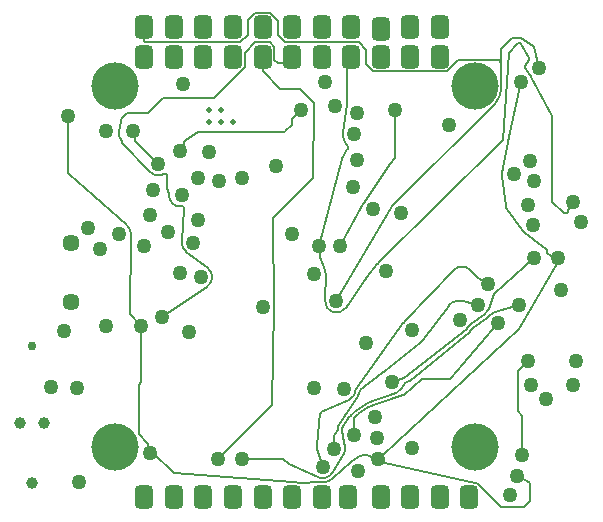
<source format=gbr>
%TF.GenerationSoftware,Altium Limited,Altium Designer,23.4.1 (23)*%
G04 Layer_Physical_Order=3*
G04 Layer_Color=36540*
%FSLAX45Y45*%
%MOMM*%
%TF.SameCoordinates,5BD77CCA-818C-4C80-BDB4-93E378685E21*%
%TF.FilePolarity,Positive*%
%TF.FileFunction,Copper,L3,Inr,Signal*%
%TF.Part,Single*%
G01*
G75*
%TA.AperFunction,Conductor*%
%ADD10C,0.15000*%
%TA.AperFunction,ComponentPad*%
%ADD54C,0.99100*%
%ADD55C,1.45000*%
%ADD56C,0.75000*%
%TA.AperFunction,ViaPad*%
%ADD57C,4.00000*%
G04:AMPARAMS|DCode=58|XSize=1.524mm|YSize=2mm|CornerRadius=0.381mm|HoleSize=0mm|Usage=FLASHONLY|Rotation=0.000|XOffset=0mm|YOffset=0mm|HoleType=Round|Shape=RoundedRectangle|*
%AMROUNDEDRECTD58*
21,1,1.52400,1.23800,0,0,0.0*
21,1,0.76200,2.00000,0,0,0.0*
1,1,0.76200,0.38100,-0.61900*
1,1,0.76200,-0.38100,-0.61900*
1,1,0.76200,-0.38100,0.61900*
1,1,0.76200,0.38100,0.61900*
%
%ADD58ROUNDEDRECTD58*%
%ADD59C,1.27000*%
%ADD60C,0.50000*%
D10*
X4111032Y1735582D02*
G03*
X4111029Y1735580I20384J-28452D01*
G01*
X4308729Y1995455D02*
G03*
X4320670Y2004591I-52428J80897D01*
G01*
X4231035Y1821559D02*
G03*
X4266388Y1869322I-56035J78441D01*
G01*
X4078520Y1699247D02*
G03*
X4102225Y1726523I-59619J75753D01*
G01*
X3029953Y783907D02*
G03*
X3030631Y780315I95047J16093D01*
G01*
X4102949Y1673996D02*
G03*
X4131416Y1707130I-84048J101004D01*
G01*
X4251528Y1793185D02*
G03*
X4273658Y1813210I-76528J106815D01*
G01*
X4106670Y1731882D02*
G03*
X4106665Y1731877I24746J-24752D01*
G01*
X4321143Y1842723D02*
G03*
X4273658Y1813210I24959J-93113D01*
G01*
X3556542Y1760415D02*
G03*
X3541388Y1743905I62962J-72998D01*
G01*
X4109032Y2195209D02*
G03*
X3968419Y2195799I-70584J-65658D01*
G01*
X3034451Y628363D02*
G03*
X3047456Y699670I-81376J51681D01*
G01*
D02*
G03*
X3047443Y699732I-94381J-19626D01*
G01*
X2819936Y442004D02*
G03*
X2820272Y441857I38958J88178D01*
G01*
X2820702Y441670D02*
G03*
X2946368Y489669I38192J88512D01*
G01*
X2820272Y441857D02*
G03*
X2820702Y441670I38622J88325D01*
G01*
X4180893Y379809D02*
G03*
X4150743Y396167I-42793J-42908D01*
G01*
X1881113Y2056417D02*
G03*
X1885735Y2213070I-53813J79982D01*
G01*
X1665916Y2424574D02*
G03*
X1703271Y2352139I96324J3826D01*
G01*
D02*
G03*
X1703805Y2351730I58968J76261D01*
G01*
X1235123Y2500302D02*
G03*
X1202821Y2573107I-96397J799D01*
G01*
X1393996Y3029025D02*
G03*
X1472442Y2998979I70258J66006D01*
G01*
X3029087Y3153745D02*
G03*
X3021472Y3136284I79147J-44908D01*
G01*
X3205909Y2762993D02*
G03*
X3202215Y2756914I80477J-53070D01*
G01*
X3029578Y3363698D02*
G03*
X3032481Y3322924I95422J-13698D01*
G01*
X3058116Y3554158D02*
G03*
X3054012Y3533903I91884J-29158D01*
G01*
X3058190Y3554395D02*
G03*
X3062869Y3584061I-91722J29666D01*
G01*
X4523949Y1700725D02*
G03*
X4524030Y1700800I-354660J380708D01*
G01*
X4000909Y1933926D02*
G03*
X3924523Y1895291I792J-96397D01*
G01*
X3329360Y2252400D02*
G03*
X3321546Y2243692I67707J-68620D01*
G01*
X3139039Y1182628D02*
G03*
X3139040Y1187507I-96368J2469D01*
G01*
X3081987Y1097079D02*
G03*
X3139039Y1182628I-39317J88018D01*
G01*
X2810332Y397480D02*
G03*
X2808322Y397395I1568J-60580D01*
G01*
X3099251Y573780D02*
G03*
X3098508Y573262I51671J-74907D01*
G01*
X2862295Y398825D02*
G03*
X2948270Y433859I-3401J131356D01*
G01*
X3160007Y976287D02*
G03*
X3160012Y976290I-19372J29150D01*
G01*
X3269404Y1045016D02*
G03*
X3246628Y1033877I30596J-91416D01*
G01*
X3140634Y1005437D02*
G03*
X3095795Y962735I61592J-109567D01*
G01*
X3454588Y1144250D02*
G03*
X3477095Y1156574I-29588J80750D01*
G01*
X3465749Y1111077D02*
G03*
X3465759Y1111080I-11161J33173D01*
G01*
X3258098Y1078140D02*
G03*
X3227221Y1063004I41902J-124540D01*
G01*
X3489004Y1161843D02*
G03*
X3528807Y1194480I-39004J88157D01*
G01*
X3149915Y1109173D02*
G03*
X3172972Y1168138I-107245J75924D01*
G01*
X4323563Y3610777D02*
G03*
X4372503Y3750000I-173560J139223D01*
G01*
X2879426Y1933749D02*
G03*
X3054888Y1876226I96370J-2410D01*
G01*
X4306840Y3592176D02*
G03*
X4323563Y3610777I-156838J157823D01*
G01*
X4624104Y3833390D02*
G03*
X4616317Y3845854I-85411J-44698D01*
G01*
X2885469Y2160674D02*
G03*
X2879222Y2197468I-96366J2566D01*
G01*
X3453149Y2743817D02*
G03*
X3437816Y2723984I67951J-68378D01*
G01*
X2446292Y1878973D02*
G03*
X2446297Y1882038I-96385J1717D01*
G01*
X2660735Y393116D02*
G03*
X2638103Y397501I-22632J-56215D01*
G01*
X3697666Y1274506D02*
G03*
X3697733Y1274564I-9831J11330D01*
G01*
X3094167Y960872D02*
G03*
X3094261Y960966I-10560J10653D01*
G01*
X4379775Y3021008D02*
G03*
X4379213Y3017313I89667J-15521D01*
G01*
D02*
G03*
X4379035Y2995107I90228J-11826D01*
G01*
X3696617Y1593690D02*
G03*
X3696589Y1593662I10526J-10688D01*
G01*
X3694624Y1591404D02*
G03*
X3695980Y1593053I-69624J58596D01*
G01*
X3681357Y1578551D02*
G03*
X3694624Y1591404I-56357J71449D01*
G01*
X3361772Y1325970D02*
G03*
X3361608Y1325837I54106J-66847D01*
G01*
X1136382Y3370686D02*
G03*
X1160652Y3285655I88618J-20686D01*
G01*
X1559000Y2824951D02*
G03*
X1650000Y2734000I91000J49D01*
G01*
X4556239Y2523349D02*
G03*
X4574455Y2505421I68762J51651D01*
G01*
X4102225Y1726523D02*
X4103615Y1728826D01*
X3029904Y784195D02*
X3029953Y783907D01*
X4103615Y1728826D02*
X4106665Y1731877D01*
X4106670Y1731882D02*
X4108698Y1733910D01*
X4111029Y1735580D01*
X4321143Y1842723D02*
X4521500Y1896428D01*
X3936397Y1274564D02*
X3944208Y1282375D01*
X3020512Y840711D02*
X3029904Y784195D01*
X4111032Y1735582D02*
X4231035Y1821558D01*
X3030631Y780315D02*
X3047443Y699732D01*
X3944208Y1282375D02*
X4346102Y1749610D01*
X4131416Y1707130D02*
X4251528Y1793185D01*
X4047664Y1934258D02*
X4175000Y1900000D01*
X4041389Y1934258D02*
X4047664Y1934258D01*
X4266388Y1869322D02*
X4308729Y1995455D01*
X4165557Y2134443D02*
X4171783Y2128217D01*
X3556542Y1760415D02*
X3968419Y2195799D01*
X4109032Y2195208D02*
X4165557Y2134443D01*
X2523423Y600000D02*
X2571780Y551642D01*
X3546702Y1280692D02*
X4078520Y1699247D01*
X3566722Y1245210D02*
X3596334Y1252428D01*
X4102949Y1673996D01*
X2571780Y551642D02*
X2819936Y442004D01*
X3450000Y1250000D02*
X3546702Y1280692D01*
X2946368Y489669D02*
X3034451Y628363D01*
X3020512Y840711D02*
Y854376D01*
X2953801Y784117D02*
X2955113Y788180D01*
X2953075Y680044D02*
X2953801Y784117D01*
X3125000Y941800D02*
X3158555Y975355D01*
X3125000Y800000D02*
Y941800D01*
X3312574Y600000D02*
X3324247Y598002D01*
X3210757Y634061D02*
X3230858Y626896D01*
X3312574Y600000D01*
X4180893Y379809D02*
X4180911Y379789D01*
X3325000Y600000D02*
X3348930D01*
X3344579D02*
X3370479Y625901D01*
X3348930Y600000D02*
X3390608Y558322D01*
X4174272Y2126552D02*
X4256301Y2076352D01*
X4171783Y2128217D02*
X4174272Y2126552D01*
X4320670Y2004591D02*
X4650000Y2300000D01*
X1703805Y2351730D02*
X1885735Y2213070D01*
X1500000Y1800000D02*
X1881113Y2056417D01*
X1665091Y2445332D02*
X1665916Y2424574D01*
X1665091Y2445332D02*
X1683397Y2712786D01*
X1674610Y2734000D02*
X1683397Y2725213D01*
X1650000Y2734000D02*
X1674610D01*
X1683397Y2712786D02*
Y2725213D01*
X708508Y3013115D02*
X1202821Y2573106D01*
X1225000Y1887292D02*
X1234356Y2407813D01*
X1235122Y2500302D01*
X700000Y3021623D02*
X708508Y3013115D01*
X1225000Y1875001D02*
Y1887292D01*
X1250000Y3375000D02*
X1270285Y3354715D01*
Y3289000D02*
Y3354715D01*
Y3289000D02*
X1464254Y3095031D01*
X1164000Y3273838D02*
Y3273967D01*
Y3273838D02*
X1393995Y3029025D01*
X1480585Y2999678D02*
X1499811Y3003189D01*
X1472442Y2998979D02*
X1480585Y2999678D01*
X1650000Y3200000D02*
Y3230307D01*
X1685180Y3265487D01*
Y3280869D01*
X1695787Y3291476D01*
X2596446Y3427567D02*
Y3471446D01*
X2675000Y3550000D01*
X2539322Y3370443D02*
X2596446Y3427567D01*
X2783203Y3613865D02*
X2787617Y3609451D01*
X2778286Y2972781D02*
X2787617Y3603112D01*
X2530535Y3361656D02*
X2539322Y3370443D01*
X2787617Y3603112D02*
Y3609451D01*
X2440394Y2634889D02*
X2778286Y2972781D01*
X2825000Y2400000D02*
X2826714Y2398286D01*
X2837810Y2306500D02*
X2879222Y2197468D01*
X3001991Y2398274D02*
X3202215Y2756914D01*
X2826714Y2398286D02*
X2837810Y2306500D01*
X2825000Y2400000D02*
X3021472Y3136284D01*
X3425241Y3095595D02*
X3475000Y3145354D01*
X3205909Y2762993D02*
X3425241Y3095595D01*
X3029578Y3363698D02*
X3054012Y3533903D01*
X3044023Y3283481D02*
X3069402Y3233898D01*
X3032480Y3322924D02*
X3044023Y3283481D01*
X3069402Y3221471D02*
Y3233898D01*
X3062869Y3938102D02*
X3100002Y4000002D01*
X3062869Y3584061D02*
Y3938102D01*
X3058115Y3554158D02*
X3058190Y3554395D01*
X3475000Y3145354D02*
Y3550000D01*
X4000909Y1933926D02*
X4041389Y1934258D01*
X4848551Y2268042D02*
X4850000Y2300000D01*
X3696617Y1593690D02*
X3705289Y1602362D01*
X4524030Y1700800D02*
X4848551Y2268042D01*
X3705289Y1602362D02*
X3924523Y1895291D01*
X4388864Y3297909D02*
X4437325Y4032633D01*
X3234392Y2133833D02*
X3321546Y2243692D01*
X3054888Y1876226D02*
X3234392Y2133833D01*
X4380481Y3289526D02*
X4388864Y3297909D01*
X3329360Y2252400D02*
X4380481Y3289526D01*
X2809553Y704755D02*
X2809641Y714813D01*
X2812479Y681168D02*
X2858894Y530182D01*
X2809553Y704755D02*
X2812479Y681168D01*
X3139040Y1187507D02*
X3541388Y1743905D01*
X2948270Y433859D02*
X3098508Y573262D01*
X2810332Y397480D02*
X2862295Y398825D01*
X2694966Y390690D02*
X2808322Y397395D01*
X2694017Y390568D02*
X2694966Y390690D01*
X3158831Y975505D02*
X3160007Y976287D01*
X3160012Y976290D02*
X3246628Y1033877D01*
X3258098Y1078140D02*
X3454588Y1144250D01*
X3269404Y1045016D02*
X3465749Y1111077D01*
X3140634Y1005437D02*
X3227221Y1063004D01*
X3466154Y1111213D02*
X3541181Y1138460D01*
X3158555Y975355D02*
X3158831Y975505D01*
X3465759Y1111080D02*
X3466154Y1111213D01*
X3541181Y1138460D02*
X3543616Y1139344D01*
X3477095Y1156574D02*
X3489004Y1161843D01*
X3559357Y1237844D02*
X3566722Y1245210D01*
X3528807Y1194480D02*
X3559357Y1237844D01*
X3047210Y967256D02*
X3054866Y974913D01*
X2847522Y992345D02*
X3081987Y1097079D01*
X3054866Y974913D02*
X3149915Y1109173D01*
X3178328Y1177297D02*
X3361608Y1325837D01*
X3172972Y1168138D02*
X3173536Y1172476D01*
X2841329Y987951D02*
X2843986Y990608D01*
X2847522Y992345D01*
X3173536Y1172476D02*
X3178328Y1177297D01*
X3453149Y2743817D02*
X4306840Y3592176D01*
X4616310Y3845863D02*
X4616317Y3845854D01*
X4624104Y3833390D02*
X4800000Y3500000D01*
X2975796Y1931339D02*
X3437816Y2723984D01*
X2879426Y1933749D02*
X2885469Y2160674D01*
X4568225Y3910403D02*
X4616310Y3845863D01*
X2431645Y1056645D02*
X2446291Y1878973D01*
X2436000Y2618119D02*
X2446297Y1882038D01*
X2431607Y1056607D02*
X2431645Y1056645D01*
X2436000Y2618119D02*
Y2630495D01*
X1325000Y1250000D02*
Y1725000D01*
X1229394Y1820607D02*
X1325000Y1725000D01*
X1229394Y1820607D02*
Y1870607D01*
X1592521Y482479D02*
X1596425Y478576D01*
X1378570Y671430D02*
Y726737D01*
X1400000Y650000D02*
X1425000D01*
X1596425Y478576D02*
X1601926Y478134D01*
X1425000Y650000D02*
X1592521Y482479D01*
X1378570Y671430D02*
X1400000Y650000D01*
X1601926Y478134D02*
X2606127Y397501D01*
X1300000Y805307D02*
X1378570Y726737D01*
X4592323Y407677D02*
X4611000Y389000D01*
X4506705Y454941D02*
X4592323Y407677D01*
X4550000Y626565D02*
Y964000D01*
X4833928Y2289256D02*
X4839256D01*
X4850000Y2300000D01*
X4650000Y4086008D02*
X4693621Y3903451D01*
X4442014Y3366270D02*
X4538693Y3788693D01*
X4568225Y3920810D02*
X4602648Y3977546D01*
X4568225Y3920810D02*
X4568225Y3910403D01*
X4432975Y3324816D02*
X4442014Y3366270D01*
X4437325Y4032633D02*
X4504823Y4113735D01*
X4372503Y3750000D02*
Y3950000D01*
X4640394Y4095615D02*
X4650000Y4086008D01*
X4800000Y2775000D02*
Y3500000D01*
X4602648Y3987954D02*
X4602648Y3977546D01*
X3544737Y1140216D02*
X3697666Y1274506D01*
X3543616Y1139344D02*
X3544737Y1140216D01*
X3091716Y958906D02*
X3094167Y960872D01*
X3935777Y1274564D02*
X3936397D01*
X3083668Y953701D02*
X3091716Y958906D01*
X2660735Y393116D02*
X2692463Y390568D01*
X2694017D01*
X2606127Y397501D02*
X2638103D01*
X3703384Y1274564D02*
X3935777D01*
X3697733Y1274564D02*
X3703384Y1274564D01*
X3095395Y962100D02*
X3095795Y962735D01*
X3081343Y951376D02*
X3083668Y953701D01*
X3080441Y949939D02*
X3081343Y951376D01*
X3020512Y854376D02*
X3080441Y949939D01*
X3094261Y960966D02*
X3095395Y962100D01*
X2983409Y835824D02*
X2985512Y839365D01*
X2992963Y876324D02*
X3047210Y962825D01*
X2955113Y788180D02*
X2983409Y835824D01*
X3047210Y962825D02*
Y967256D01*
X2985512Y868873D02*
X2992963Y876324D01*
X2985512Y839365D02*
Y868873D01*
X3370479Y625901D02*
X4523949Y1700725D01*
X4531326Y4161000D02*
X4535622Y4161000D01*
X4640394Y4095615D01*
X4504823Y4113735D02*
X4523153Y4117959D01*
X4531537D01*
X4540324Y4109171D01*
X4464378Y4161000D02*
X4531326D01*
X4540324Y4109171D02*
X4602648Y3987954D01*
X4379775Y3021008D02*
X4432975Y3324816D01*
X2530443Y3361656D02*
X2530535D01*
X3065040Y3217109D02*
X3069402Y3221471D01*
X2665060Y3731562D02*
X2783203Y3613865D01*
X3029087Y3153745D02*
X3065040Y3217109D01*
X1935699Y3650000D02*
X2198699Y3913001D01*
X1382574Y3525000D02*
X1507574Y3650000D01*
X1935699D01*
X3099251Y573780D02*
X3160936Y616396D01*
X3202034Y634061D02*
X3210757D01*
X3160936Y616396D02*
X3202034Y634061D01*
X3695980Y1593053D02*
X3696589Y1593662D01*
X1300000Y805307D02*
Y1225000D01*
X1325000Y1250000D01*
X2809641Y714813D02*
X2839627Y986248D01*
X3390608Y558322D02*
X4150658Y396184D01*
X4150743Y396167D01*
X2839627Y986248D02*
X2841329Y987951D01*
X3361772Y1325970D02*
X3384841Y1344666D01*
X3681357Y1578551D01*
X2436000Y2630495D02*
X2440394Y2634889D01*
X1975000Y600000D02*
X2431607Y1056607D01*
X1164000Y3489000D02*
X1168393Y3493393D01*
X1543880Y2893952D02*
X1552445Y2865185D01*
X1168393Y3493393D02*
X1200000Y3525000D01*
X1552445Y2865185D02*
X1558994Y2836850D01*
X1543880Y2893952D02*
X1543880Y2894088D01*
X1164000Y3273967D02*
Y3282307D01*
X1136382Y3370686D02*
X1164000Y3489000D01*
X1160652Y3285655D02*
X1164000Y3282307D01*
X1499811Y3003189D02*
X1501481Y3004858D01*
X1543880D01*
Y2894088D02*
Y3004858D01*
X1558994Y2836850D02*
X1559000Y2824951D01*
X1799818Y3361656D02*
X2530443D01*
X2495941Y3731562D02*
X2665060D01*
X4180911Y379789D02*
X4371702Y189000D01*
X4408955Y2725635D02*
Y2737769D01*
X4379035Y2995107D02*
X4408955Y2737769D01*
Y2725635D02*
X4408955Y2719423D01*
X4933885Y2703578D02*
X4975000Y2744693D01*
X4933885Y2683885D02*
Y2703578D01*
X4925000Y2675000D02*
X4933885Y2683885D01*
X4975000Y2744693D02*
Y2775000D01*
X4514000Y1000000D02*
Y1339000D01*
X4600000Y1425000D01*
X4514000Y1000000D02*
X4550000Y964000D01*
X4371702Y189000D02*
X4377915Y189000D01*
X4560622D01*
X4574455Y2505421D02*
X4751747Y2376631D01*
X4760535Y2367843D01*
Y2341878D02*
Y2367843D01*
X4769322Y2333091D02*
X4833928Y2289256D01*
X4408955Y2719423D02*
X4556238Y2523349D01*
X4760535Y2341878D02*
X4769322Y2333091D01*
X700000Y3027836D02*
X700000Y3021623D01*
X700000Y3027836D02*
Y3500000D01*
X1225000Y1875001D02*
X1229394Y1870607D01*
X1695787Y3291476D02*
X1696650Y3296014D01*
X1701145Y3300508D01*
X1799818Y3361656D01*
X1200000Y3525000D02*
X1382574D01*
X2224998Y4189291D02*
Y4310702D01*
X2286800Y4122502D02*
X2413202D01*
X1536794Y4122497D02*
X1541790Y4127494D01*
X2163200D01*
X2224998Y4310702D02*
X2286795Y4372499D01*
X2413197D02*
X2477493Y4308203D01*
Y4186797D02*
Y4308203D01*
X2198699Y3913001D02*
Y4034401D01*
X2286795Y4372499D02*
X2413197D01*
X2477493Y4186797D02*
X2541788Y4122502D01*
X2198699Y4034401D02*
X2286800Y4122502D01*
X2541788D02*
X3163203D01*
X2448701Y3978203D02*
Y4087003D01*
X2413202Y4122502D02*
X2448701Y4087003D01*
Y3978203D02*
X2481303Y3945602D01*
X2163200Y4127494D02*
X2224998Y4189291D01*
X2350001Y3877502D02*
Y4000002D01*
Y3877502D02*
X2495941Y3731562D01*
X2545598Y3945602D02*
X2599998Y4000002D01*
X2481303Y3945602D02*
X2545598D01*
X3913199Y3877502D02*
X4008197Y3972500D01*
X3286798Y3877502D02*
X3913199D01*
X4900000Y2675000D02*
X4925000D01*
X4800000Y2775000D02*
X4900000Y2675000D01*
X4372503Y4069125D02*
X4464378Y4161000D01*
X4008197Y3972500D02*
X4350003D01*
X4372503Y3950000D01*
Y4069125D01*
X1349998Y4131284D02*
Y4249999D01*
X3225001Y3939299D02*
X3286798Y3877502D01*
X3163203Y4122502D02*
X3225001Y4060705D01*
X1349998Y4131284D02*
X1358785Y4122497D01*
X1536794D01*
X3225001Y3939299D02*
Y4060705D01*
X4560622Y189000D02*
X4611000Y239378D01*
Y389000D01*
X2175000Y600000D02*
X2523423D01*
D54*
X400000Y396000D02*
D03*
X501600Y904000D02*
D03*
X298400D02*
D03*
D55*
X725000Y2424999D02*
D03*
Y1925000D02*
D03*
D56*
X399996Y1550000D02*
D03*
D57*
X1100001Y699998D02*
D03*
X4150003Y3750000D02*
D03*
Y699998D02*
D03*
X1100001Y3750000D02*
D03*
D58*
X3850000Y4250000D02*
D03*
X3849998Y4000002D02*
D03*
X3600001D02*
D03*
X3599996Y4249999D02*
D03*
X3349994Y4240799D02*
D03*
X3349999Y4000002D02*
D03*
X3100002D02*
D03*
X3099997Y4249994D02*
D03*
X2850000D02*
D03*
Y4000002D02*
D03*
X2599998D02*
D03*
Y4249994D02*
D03*
X2349996Y4249999D02*
D03*
X2099999Y4000002D02*
D03*
Y4249994D02*
D03*
X1849997Y4249999D02*
D03*
X1850002Y4000002D02*
D03*
X1600000D02*
D03*
Y4249994D02*
D03*
X1349998Y4249999D02*
D03*
Y3999997D02*
D03*
X4100000Y275000D02*
D03*
X3850000D02*
D03*
X3600000D02*
D03*
X3349999Y275000D02*
D03*
X3074998D02*
D03*
X2850000D02*
D03*
X2600003D02*
D03*
X2350001D02*
D03*
X1850002D02*
D03*
X1600000D02*
D03*
X1350003D02*
D03*
X2350001Y4000002D02*
D03*
X2099999Y275000D02*
D03*
D59*
X1893548Y3195165D02*
D03*
X4346102Y1749610D02*
D03*
X4175000Y1900000D02*
D03*
X4018901Y1775000D02*
D03*
X2953075Y680044D02*
D03*
X3125000Y800000D02*
D03*
X3316322Y774824D02*
D03*
X3324247Y598002D02*
D03*
X3155984Y493901D02*
D03*
X3618165Y693165D02*
D03*
X4256301Y2076352D02*
D03*
X1827300Y2136400D02*
D03*
X1981985Y2946218D02*
D03*
X1669937Y2832598D02*
D03*
X1807755Y2977404D02*
D03*
X2175000Y2975000D02*
D03*
X1762240Y2428400D02*
D03*
X1805858Y2616202D02*
D03*
X1651395Y2170097D02*
D03*
X1552407Y2519770D02*
D03*
X1425000Y2875000D02*
D03*
X1398663Y2661407D02*
D03*
X1350000Y2400000D02*
D03*
X1138726Y2501101D02*
D03*
X875000Y2550000D02*
D03*
X1250000Y3375000D02*
D03*
X1464254Y3095031D02*
D03*
X1650000Y3200000D02*
D03*
X1675000Y3775000D02*
D03*
X2675000Y3550000D02*
D03*
X2468154Y3075233D02*
D03*
X2600000Y2500000D02*
D03*
X3150060Y3125414D02*
D03*
X2785373Y2159510D02*
D03*
X3001991Y2398274D02*
D03*
X3117174Y2900000D02*
D03*
X2825000Y2400000D02*
D03*
X3125000Y3350000D02*
D03*
X3150068Y3525216D02*
D03*
X2966469Y3584061D02*
D03*
X3475000Y3550000D02*
D03*
X3925000Y3425000D02*
D03*
X4650000Y2300000D02*
D03*
X4521500Y1896428D02*
D03*
X3397067Y2183780D02*
D03*
X3619504Y1687417D02*
D03*
X2858894Y530182D02*
D03*
X3300000Y953600D02*
D03*
X3450000Y1250000D02*
D03*
X3042671Y1185097D02*
D03*
X2781548Y1196097D02*
D03*
X3225000Y1575000D02*
D03*
X3521101Y2675438D02*
D03*
X3286386Y2709923D02*
D03*
X2975796Y1931339D02*
D03*
X2349907Y1880690D02*
D03*
X1725000Y1675000D02*
D03*
X1325000Y1725000D02*
D03*
X1025002Y1724998D02*
D03*
X672254Y1676964D02*
D03*
X1400000Y650000D02*
D03*
X800000Y400000D02*
D03*
X4506705Y454941D02*
D03*
X4445295Y287069D02*
D03*
X4550000Y626565D02*
D03*
X4875000Y2025000D02*
D03*
X4850000Y2300000D02*
D03*
X4638602Y2577974D02*
D03*
X4600155Y2750748D02*
D03*
X5050000Y2600000D02*
D03*
X4610921Y3120018D02*
D03*
X4475104Y3006517D02*
D03*
X4648732Y2946214D02*
D03*
X4538693Y3788693D02*
D03*
X4693621Y3903451D02*
D03*
X2875000Y3791000D02*
D03*
X775000Y1200000D02*
D03*
X4975000Y2775000D02*
D03*
X4624842Y1225158D02*
D03*
X975000Y2375000D02*
D03*
X1500000Y1800000D02*
D03*
X4750000Y1100000D02*
D03*
X4975000Y1225000D02*
D03*
X5000000Y1425000D02*
D03*
X559569Y1206206D02*
D03*
X4600000Y1425000D02*
D03*
X700000Y3500000D02*
D03*
X1025000Y3375000D02*
D03*
X2175000Y600000D02*
D03*
X1975000D02*
D03*
D60*
X2099999Y3450000D02*
D03*
X1999999Y3550000D02*
D03*
Y3450000D02*
D03*
X1900000Y3550000D02*
D03*
Y3450000D02*
D03*
%TF.MD5,869eb5d86cb790bff78b2dfb0e589e20*%
M02*

</source>
